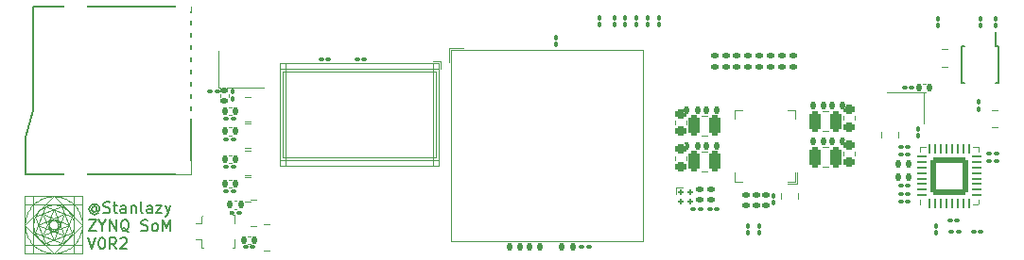
<source format=gbr>
%TF.GenerationSoftware,KiCad,Pcbnew,(6.0.0)*%
%TF.CreationDate,2022-01-21T23:47:04+08:00*%
%TF.ProjectId,som,736f6d2e-6b69-4636-9164-5f7063625858,V0R1*%
%TF.SameCoordinates,Original*%
%TF.FileFunction,Legend,Top*%
%TF.FilePolarity,Positive*%
%FSLAX46Y46*%
G04 Gerber Fmt 4.6, Leading zero omitted, Abs format (unit mm)*
G04 Created by KiCad (PCBNEW (6.0.0)) date 2022-01-21 23:47:04*
%MOMM*%
%LPD*%
G01*
G04 APERTURE LIST*
G04 Aperture macros list*
%AMRoundRect*
0 Rectangle with rounded corners*
0 $1 Rounding radius*
0 $2 $3 $4 $5 $6 $7 $8 $9 X,Y pos of 4 corners*
0 Add a 4 corners polygon primitive as box body*
4,1,4,$2,$3,$4,$5,$6,$7,$8,$9,$2,$3,0*
0 Add four circle primitives for the rounded corners*
1,1,$1+$1,$2,$3*
1,1,$1+$1,$4,$5*
1,1,$1+$1,$6,$7*
1,1,$1+$1,$8,$9*
0 Add four rect primitives between the rounded corners*
20,1,$1+$1,$2,$3,$4,$5,0*
20,1,$1+$1,$4,$5,$6,$7,0*
20,1,$1+$1,$6,$7,$8,$9,0*
20,1,$1+$1,$8,$9,$2,$3,0*%
G04 Aperture macros list end*
%ADD10C,0.150000*%
%ADD11C,0.120000*%
%ADD12C,0.100000*%
%ADD13C,0.000000*%
%ADD14RoundRect,0.147500X-0.147500X-0.172500X0.147500X-0.172500X0.147500X0.172500X-0.147500X0.172500X0*%
%ADD15R,1.400000X1.200000*%
%ADD16RoundRect,0.147500X0.172500X-0.147500X0.172500X0.147500X-0.172500X0.147500X-0.172500X-0.147500X0*%
%ADD17RoundRect,0.218750X-0.256250X0.218750X-0.256250X-0.218750X0.256250X-0.218750X0.256250X0.218750X0*%
%ADD18RoundRect,0.100000X-0.100000X0.130000X-0.100000X-0.130000X0.100000X-0.130000X0.100000X0.130000X0*%
%ADD19RoundRect,0.243750X-0.243750X-0.656250X0.243750X-0.656250X0.243750X0.656250X-0.243750X0.656250X0*%
%ADD20RoundRect,0.147500X0.147500X0.172500X-0.147500X0.172500X-0.147500X-0.172500X0.147500X-0.172500X0*%
%ADD21RoundRect,0.243750X0.243750X0.656250X-0.243750X0.656250X-0.243750X-0.656250X0.243750X-0.656250X0*%
%ADD22RoundRect,0.147500X-0.172500X0.147500X-0.172500X-0.147500X0.172500X-0.147500X0.172500X0.147500X0*%
%ADD23RoundRect,0.100000X0.130000X0.100000X-0.130000X0.100000X-0.130000X-0.100000X0.130000X-0.100000X0*%
%ADD24C,0.400000*%
%ADD25RoundRect,0.100000X-0.130000X-0.100000X0.130000X-0.100000X0.130000X0.100000X-0.130000X0.100000X0*%
%ADD26RoundRect,0.140000X0.140000X0.170000X-0.140000X0.170000X-0.140000X-0.170000X0.140000X-0.170000X0*%
%ADD27R,0.800000X0.220000*%
%ADD28R,0.220000X0.800000*%
%ADD29C,0.500000*%
%ADD30R,3.600000X4.600000*%
%ADD31RoundRect,0.100000X0.100000X-0.130000X0.100000X0.130000X-0.100000X0.130000X-0.100000X-0.130000X0*%
%ADD32RoundRect,0.062500X0.062500X-0.375000X0.062500X0.375000X-0.062500X0.375000X-0.062500X-0.375000X0*%
%ADD33RoundRect,0.062500X0.375000X-0.062500X0.375000X0.062500X-0.375000X0.062500X-0.375000X-0.062500X0*%
%ADD34RoundRect,0.250001X1.474999X-1.474999X1.474999X1.474999X-1.474999X1.474999X-1.474999X-1.474999X0*%
%ADD35R,0.400000X0.500000*%
%ADD36RoundRect,0.100000X-0.162635X0.021213X0.021213X-0.162635X0.162635X-0.021213X-0.021213X0.162635X0*%
%ADD37R,0.500000X0.400000*%
%ADD38R,0.500000X0.300000*%
%ADD39RoundRect,0.112500X-0.112500X-0.112500X0.112500X-0.112500X0.112500X0.112500X-0.112500X0.112500X0*%
%ADD40R,1.000000X1.000000*%
%ADD41R,2.200000X1.050000*%
%ADD42R,0.300000X1.400000*%
%ADD43R,1.150000X1.000000*%
%ADD44RoundRect,0.140000X-0.170000X0.140000X-0.170000X-0.140000X0.170000X-0.140000X0.170000X0.140000X0*%
%ADD45R,1.300000X0.700000*%
%ADD46R,2.000000X1.200000*%
%ADD47RoundRect,0.140000X-0.140000X-0.170000X0.140000X-0.170000X0.140000X0.170000X-0.140000X0.170000X0*%
%ADD48C,1.000000*%
%ADD49R,0.850000X0.850000*%
%ADD50O,0.850000X0.850000*%
%ADD51C,0.850000*%
G04 APERTURE END LIST*
D10*
X6654642Y-18866190D02*
X6607023Y-18818571D01*
X6511785Y-18770952D01*
X6416547Y-18770952D01*
X6321309Y-18818571D01*
X6273690Y-18866190D01*
X6226071Y-18961428D01*
X6226071Y-19056666D01*
X6273690Y-19151904D01*
X6321309Y-19199523D01*
X6416547Y-19247142D01*
X6511785Y-19247142D01*
X6607023Y-19199523D01*
X6654642Y-19151904D01*
X6654642Y-18770952D02*
X6654642Y-19151904D01*
X6702261Y-19199523D01*
X6749880Y-19199523D01*
X6845119Y-19151904D01*
X6892738Y-19056666D01*
X6892738Y-18818571D01*
X6797500Y-18675714D01*
X6654642Y-18580476D01*
X6464166Y-18532857D01*
X6273690Y-18580476D01*
X6130833Y-18675714D01*
X6035595Y-18818571D01*
X5987976Y-19009047D01*
X6035595Y-19199523D01*
X6130833Y-19342380D01*
X6273690Y-19437619D01*
X6464166Y-19485238D01*
X6654642Y-19437619D01*
X6797500Y-19342380D01*
X7273690Y-19294761D02*
X7416547Y-19342380D01*
X7654642Y-19342380D01*
X7749880Y-19294761D01*
X7797500Y-19247142D01*
X7845119Y-19151904D01*
X7845119Y-19056666D01*
X7797500Y-18961428D01*
X7749880Y-18913809D01*
X7654642Y-18866190D01*
X7464166Y-18818571D01*
X7368928Y-18770952D01*
X7321309Y-18723333D01*
X7273690Y-18628095D01*
X7273690Y-18532857D01*
X7321309Y-18437619D01*
X7368928Y-18390000D01*
X7464166Y-18342380D01*
X7702261Y-18342380D01*
X7845119Y-18390000D01*
X8130833Y-18675714D02*
X8511785Y-18675714D01*
X8273690Y-18342380D02*
X8273690Y-19199523D01*
X8321309Y-19294761D01*
X8416547Y-19342380D01*
X8511785Y-19342380D01*
X9273690Y-19342380D02*
X9273690Y-18818571D01*
X9226071Y-18723333D01*
X9130833Y-18675714D01*
X8940357Y-18675714D01*
X8845119Y-18723333D01*
X9273690Y-19294761D02*
X9178452Y-19342380D01*
X8940357Y-19342380D01*
X8845119Y-19294761D01*
X8797500Y-19199523D01*
X8797500Y-19104285D01*
X8845119Y-19009047D01*
X8940357Y-18961428D01*
X9178452Y-18961428D01*
X9273690Y-18913809D01*
X9749880Y-18675714D02*
X9749880Y-19342380D01*
X9749880Y-18770952D02*
X9797500Y-18723333D01*
X9892738Y-18675714D01*
X10035595Y-18675714D01*
X10130833Y-18723333D01*
X10178452Y-18818571D01*
X10178452Y-19342380D01*
X10797500Y-19342380D02*
X10702261Y-19294761D01*
X10654642Y-19199523D01*
X10654642Y-18342380D01*
X11607023Y-19342380D02*
X11607023Y-18818571D01*
X11559404Y-18723333D01*
X11464166Y-18675714D01*
X11273690Y-18675714D01*
X11178452Y-18723333D01*
X11607023Y-19294761D02*
X11511785Y-19342380D01*
X11273690Y-19342380D01*
X11178452Y-19294761D01*
X11130833Y-19199523D01*
X11130833Y-19104285D01*
X11178452Y-19009047D01*
X11273690Y-18961428D01*
X11511785Y-18961428D01*
X11607023Y-18913809D01*
X11987976Y-18675714D02*
X12511785Y-18675714D01*
X11987976Y-19342380D01*
X12511785Y-19342380D01*
X12797500Y-18675714D02*
X13035595Y-19342380D01*
X13273690Y-18675714D02*
X13035595Y-19342380D01*
X12940357Y-19580476D01*
X12892738Y-19628095D01*
X12797500Y-19675714D01*
X5940357Y-19952380D02*
X6607023Y-19952380D01*
X5940357Y-20952380D01*
X6607023Y-20952380D01*
X7178452Y-20476190D02*
X7178452Y-20952380D01*
X6845119Y-19952380D02*
X7178452Y-20476190D01*
X7511785Y-19952380D01*
X7845119Y-20952380D02*
X7845119Y-19952380D01*
X8416547Y-20952380D01*
X8416547Y-19952380D01*
X9559404Y-21047619D02*
X9464166Y-21000000D01*
X9368928Y-20904761D01*
X9226071Y-20761904D01*
X9130833Y-20714285D01*
X9035595Y-20714285D01*
X9083214Y-20952380D02*
X8987976Y-20904761D01*
X8892738Y-20809523D01*
X8845119Y-20619047D01*
X8845119Y-20285714D01*
X8892738Y-20095238D01*
X8987976Y-20000000D01*
X9083214Y-19952380D01*
X9273690Y-19952380D01*
X9368928Y-20000000D01*
X9464166Y-20095238D01*
X9511785Y-20285714D01*
X9511785Y-20619047D01*
X9464166Y-20809523D01*
X9368928Y-20904761D01*
X9273690Y-20952380D01*
X9083214Y-20952380D01*
X10654642Y-20904761D02*
X10797500Y-20952380D01*
X11035595Y-20952380D01*
X11130833Y-20904761D01*
X11178452Y-20857142D01*
X11226071Y-20761904D01*
X11226071Y-20666666D01*
X11178452Y-20571428D01*
X11130833Y-20523809D01*
X11035595Y-20476190D01*
X10845119Y-20428571D01*
X10749880Y-20380952D01*
X10702261Y-20333333D01*
X10654642Y-20238095D01*
X10654642Y-20142857D01*
X10702261Y-20047619D01*
X10749880Y-20000000D01*
X10845119Y-19952380D01*
X11083214Y-19952380D01*
X11226071Y-20000000D01*
X11797500Y-20952380D02*
X11702261Y-20904761D01*
X11654642Y-20857142D01*
X11607023Y-20761904D01*
X11607023Y-20476190D01*
X11654642Y-20380952D01*
X11702261Y-20333333D01*
X11797500Y-20285714D01*
X11940357Y-20285714D01*
X12035595Y-20333333D01*
X12083214Y-20380952D01*
X12130833Y-20476190D01*
X12130833Y-20761904D01*
X12083214Y-20857142D01*
X12035595Y-20904761D01*
X11940357Y-20952380D01*
X11797500Y-20952380D01*
X12559404Y-20952380D02*
X12559404Y-19952380D01*
X12892738Y-20666666D01*
X13226071Y-19952380D01*
X13226071Y-20952380D01*
X5892738Y-21562380D02*
X6226071Y-22562380D01*
X6559404Y-21562380D01*
X7083214Y-21562380D02*
X7178452Y-21562380D01*
X7273690Y-21610000D01*
X7321309Y-21657619D01*
X7368928Y-21752857D01*
X7416547Y-21943333D01*
X7416547Y-22181428D01*
X7368928Y-22371904D01*
X7321309Y-22467142D01*
X7273690Y-22514761D01*
X7178452Y-22562380D01*
X7083214Y-22562380D01*
X6987976Y-22514761D01*
X6940357Y-22467142D01*
X6892738Y-22371904D01*
X6845119Y-22181428D01*
X6845119Y-21943333D01*
X6892738Y-21752857D01*
X6940357Y-21657619D01*
X6987976Y-21610000D01*
X7083214Y-21562380D01*
X8416547Y-22562380D02*
X8083214Y-22086190D01*
X7845119Y-22562380D02*
X7845119Y-21562380D01*
X8226071Y-21562380D01*
X8321309Y-21610000D01*
X8368928Y-21657619D01*
X8416547Y-21752857D01*
X8416547Y-21895714D01*
X8368928Y-21990952D01*
X8321309Y-22038571D01*
X8226071Y-22086190D01*
X7845119Y-22086190D01*
X8797500Y-21657619D02*
X8845119Y-21610000D01*
X8940357Y-21562380D01*
X9178452Y-21562380D01*
X9273690Y-21610000D01*
X9321309Y-21657619D01*
X9368928Y-21752857D01*
X9368928Y-21848095D01*
X9321309Y-21990952D01*
X8749880Y-22562380D01*
X9368928Y-22562380D01*
D11*
%TO.C,X4*%
X17600000Y-8050000D02*
X21600000Y-8050000D01*
X17600000Y-4750000D02*
X17600000Y-8050000D01*
%TO.C,C101*%
X74510000Y-10637221D02*
X74510000Y-10962779D01*
X73490000Y-10637221D02*
X73490000Y-10962779D01*
%TO.C,L3*%
X71641422Y-12010000D02*
X72158578Y-12010000D01*
X71641422Y-10190000D02*
X72158578Y-10190000D01*
%TO.C,L5*%
X61358578Y-10590000D02*
X60841422Y-10590000D01*
X61358578Y-12410000D02*
X60841422Y-12410000D01*
%TO.C,L2*%
X71641422Y-13390000D02*
X72158578Y-13390000D01*
X71641422Y-15210000D02*
X72158578Y-15210000D01*
%TO.C,C106*%
X59510000Y-14237221D02*
X59510000Y-14562779D01*
X58490000Y-14237221D02*
X58490000Y-14562779D01*
%TO.C,C108*%
X58490000Y-11037221D02*
X58490000Y-11362779D01*
X59510000Y-11037221D02*
X59510000Y-11362779D01*
%TO.C,C98*%
X73490000Y-13837221D02*
X73490000Y-14162779D01*
X74510000Y-13837221D02*
X74510000Y-14162779D01*
%TO.C,L4*%
X61358578Y-13790000D02*
X60841422Y-13790000D01*
X61358578Y-15610000D02*
X60841422Y-15610000D01*
%TO.C,U6*%
X37500000Y-5700000D02*
X36800000Y-5700000D01*
X23600000Y-5900000D02*
X23600000Y-15100000D01*
X23350000Y-14350000D02*
X23350000Y-6650000D01*
X37300000Y-6400000D02*
X23100000Y-6400000D01*
X23600000Y-15100000D02*
X36800000Y-15100000D01*
X36800000Y-15100000D02*
X36800000Y-5900000D01*
X36800000Y-5900000D02*
X23600000Y-5900000D01*
X37050000Y-14350000D02*
X23350000Y-14350000D01*
X37300000Y-15100000D02*
X37300000Y-5900000D01*
X37500000Y-6400000D02*
X37500000Y-5700000D01*
X23100000Y-5900000D02*
X23100000Y-15100000D01*
X23350000Y-6650000D02*
X37050000Y-6650000D01*
X37300000Y-5900000D02*
X23100000Y-5900000D01*
X23100000Y-14600000D02*
X37300000Y-14600000D01*
X23100000Y-15100000D02*
X37300000Y-15100000D01*
X37050000Y-6650000D02*
X37050000Y-14350000D01*
%TO.C,C42*%
X20407836Y-22160000D02*
X20192164Y-22160000D01*
X20407836Y-21440000D02*
X20192164Y-21440000D01*
%TO.C,U7*%
X68500000Y-16700000D02*
X69400000Y-16700000D01*
X68500000Y-16500000D02*
X69200000Y-16500000D01*
X64500000Y-10100000D02*
X63800000Y-10100000D01*
X69200000Y-10100000D02*
X68500000Y-10100000D01*
X63800000Y-16500000D02*
X63800000Y-15700000D01*
X69400000Y-15700000D02*
X69400000Y-16700000D01*
X63800000Y-10100000D02*
X63800000Y-10900000D01*
X69200000Y-10900000D02*
X69200000Y-10100000D01*
X64500000Y-16500000D02*
X63800000Y-16500000D01*
X69200000Y-16500000D02*
X69200000Y-15700000D01*
%TO.C,C38*%
X18707836Y-16340000D02*
X18492164Y-16340000D01*
X18707836Y-17060000D02*
X18492164Y-17060000D01*
%TO.C,C36*%
X18707836Y-14860000D02*
X18492164Y-14860000D01*
X18707836Y-14140000D02*
X18492164Y-14140000D01*
%TO.C,C34*%
X18707836Y-12360000D02*
X18492164Y-12360000D01*
X18707836Y-11640000D02*
X18492164Y-11640000D01*
%TO.C,C40*%
X19207836Y-18240000D02*
X18992164Y-18240000D01*
X19207836Y-18960000D02*
X18992164Y-18960000D01*
%TO.C,C32*%
X18707836Y-10560000D02*
X18492164Y-10560000D01*
X18707836Y-9840000D02*
X18492164Y-9840000D01*
%TO.C,U1*%
X38390000Y-4690000D02*
X55610000Y-4690000D01*
X55610000Y-21910000D02*
X38390000Y-21910000D01*
X38390000Y-21910000D02*
X38390000Y-4690000D01*
X38200000Y-4500000D02*
X38200000Y-5800000D01*
X55610000Y-4690000D02*
X55610000Y-21910000D01*
X39500000Y-4500000D02*
X38200000Y-4500000D01*
%TO.C,U3*%
X85610000Y-13390000D02*
X85135000Y-13390000D01*
X85610000Y-13865000D02*
X85610000Y-13390000D01*
X80390000Y-18135000D02*
X80390000Y-18610000D01*
X80390000Y-13865000D02*
X80390000Y-13390000D01*
X80390000Y-13390000D02*
X80865000Y-13390000D01*
X85610000Y-18610000D02*
X85135000Y-18610000D01*
X85610000Y-18135000D02*
X85610000Y-18610000D01*
%TO.C,RN7*%
X76920000Y-12050000D02*
X76920000Y-12550000D01*
X78480000Y-12050000D02*
X78480000Y-12550000D01*
D12*
%TO.C,REF\u002A\u002A*%
X240000Y-18589807D02*
X989806Y-18589807D01*
X240000Y-22210194D02*
X989806Y-22210194D01*
X4610193Y-22210194D02*
X989806Y-22210194D01*
X2799999Y-22960000D02*
X239999Y-20400000D01*
X4185462Y-20400000D02*
X1820330Y-21379670D01*
X239999Y-20400000D02*
X2800000Y-17840001D01*
X5360000Y-18589807D02*
X4610193Y-18589807D01*
X240000Y-22960000D02*
X240000Y-17840000D01*
X2107268Y-22072401D02*
X1127599Y-19707269D01*
X1127599Y-21092732D02*
X2107268Y-18727600D01*
X989806Y-17840000D02*
X989806Y-18589807D01*
X3205792Y-20805793D02*
X2394207Y-20805793D01*
X2226122Y-20400000D02*
X2799999Y-19826123D01*
X1820330Y-19420331D02*
X2800000Y-21785463D01*
X2800000Y-17840001D02*
X5360000Y-20400000D01*
X3492731Y-22072401D02*
X1127599Y-21092732D01*
X5360000Y-17840000D02*
X5360000Y-22960000D01*
X989806Y-22210194D02*
X989806Y-18589807D01*
X4610193Y-22960000D02*
X4610193Y-22210194D01*
X4472400Y-21092732D02*
X2107268Y-22072401D01*
X1127599Y-19707269D02*
X3492731Y-18727600D01*
X3205792Y-19994208D02*
X3205792Y-20805793D01*
X5360000Y-22210194D02*
X4610193Y-22210194D01*
X2394207Y-20805793D02*
X2394207Y-19994208D01*
X4610193Y-18589807D02*
X4610193Y-17840000D01*
X1820330Y-19420331D02*
X4185462Y-20400000D01*
X1414537Y-20400000D02*
X3779669Y-19420331D01*
X240000Y-17840000D02*
X5360000Y-17840000D01*
X3779669Y-19420331D02*
X2800000Y-21785463D01*
X5360000Y-20400000D02*
X2799999Y-22960000D01*
X3779669Y-21379670D02*
X1414537Y-20400000D01*
X989806Y-18589807D02*
X4610193Y-18589807D01*
X2107268Y-18727600D02*
X4472400Y-19707269D01*
X2799999Y-20973878D02*
X2226122Y-20400000D01*
X4610193Y-18589807D02*
X4610193Y-22210194D01*
X989806Y-22960000D02*
X989806Y-22210194D01*
X3492731Y-18727600D02*
X4472400Y-21092732D01*
X3373877Y-20400001D02*
X2799999Y-20973878D01*
X2394207Y-19994208D02*
X3205792Y-19994208D01*
X2800000Y-19014538D02*
X3779669Y-21379670D01*
X2799999Y-19826123D02*
X3373877Y-20400001D01*
X5360000Y-22960000D02*
X240000Y-22960000D01*
X1820330Y-21379670D02*
X2800000Y-19014538D01*
X4472400Y-19707269D02*
X3492731Y-22072401D01*
X1520000Y-19120000D02*
X1657480Y-18995736D01*
X1803969Y-18888040D01*
X1958178Y-18796913D01*
X2118822Y-18722355D01*
X2284612Y-18664365D01*
X2454263Y-18622944D01*
X2626488Y-18598091D01*
X2799999Y-18589807D01*
X2973510Y-18598091D01*
X3145735Y-18622944D01*
X3315386Y-18664365D01*
X3481177Y-18722355D01*
X3641820Y-18796913D01*
X3796030Y-18888040D01*
X3942518Y-18995736D01*
X4080000Y-19120000D01*
X3205792Y-20400001D02*
X3193016Y-20501414D01*
X3147043Y-20610418D01*
X3072844Y-20700375D01*
X2975926Y-20765777D01*
X2861797Y-20801117D01*
X2799999Y-20805793D01*
X2394207Y-20400001D02*
X2406982Y-20298587D01*
X2452955Y-20189582D01*
X2527153Y-20099625D01*
X2624071Y-20034223D01*
X2738201Y-19998883D01*
X2799999Y-19994208D01*
X4080000Y-19120000D02*
X4204263Y-19257481D01*
X4311959Y-19403969D01*
X4403086Y-19558179D01*
X4477644Y-19718822D01*
X4535634Y-19884613D01*
X4577055Y-20054264D01*
X4601908Y-20226489D01*
X4610193Y-20400000D01*
X4601908Y-20573511D01*
X4577055Y-20745736D01*
X4535634Y-20915387D01*
X4477644Y-21081177D01*
X4403086Y-21241821D01*
X4311959Y-21396030D01*
X4204263Y-21542519D01*
X4080000Y-21680000D01*
X5360000Y-20400000D02*
X5356668Y-20531737D01*
X5346782Y-20661745D01*
X5330503Y-20789862D01*
X5307989Y-20915929D01*
X5279404Y-21039783D01*
X5244907Y-21161265D01*
X5204659Y-21280213D01*
X5158822Y-21396467D01*
X5107556Y-21509865D01*
X5051021Y-21620248D01*
X4989379Y-21727453D01*
X4922791Y-21831320D01*
X4851418Y-21931688D01*
X4775420Y-22028397D01*
X4694958Y-22121286D01*
X4610193Y-22210193D01*
X4521285Y-22294958D01*
X4428397Y-22375420D01*
X4331688Y-22451418D01*
X4231319Y-22522792D01*
X4127452Y-22589380D01*
X4020247Y-22651021D01*
X3909865Y-22707556D01*
X3796467Y-22758822D01*
X3680213Y-22804659D01*
X3561265Y-22844907D01*
X3439783Y-22879404D01*
X3315929Y-22907989D01*
X3189862Y-22930503D01*
X3061744Y-22946783D01*
X2931737Y-22956668D01*
X2800000Y-22960000D01*
X4080000Y-21680000D02*
X3942518Y-21804264D01*
X3796030Y-21911959D01*
X3641820Y-22003086D01*
X3481177Y-22077645D01*
X3315386Y-22135635D01*
X3145735Y-22177056D01*
X2973510Y-22201909D01*
X2799999Y-22210193D01*
X2626488Y-22201909D01*
X2454263Y-22177056D01*
X2284612Y-22135635D01*
X2118822Y-22077645D01*
X1958178Y-22003086D01*
X1803969Y-21911959D01*
X1657480Y-21804264D01*
X1520000Y-21680000D01*
X2799999Y-19994208D02*
X2901412Y-20006983D01*
X3010417Y-20052956D01*
X3100374Y-20127155D01*
X3165776Y-20224073D01*
X3201116Y-20338202D01*
X3205792Y-20400001D01*
X2799999Y-20805793D02*
X2698585Y-20793017D01*
X2589581Y-20747044D01*
X2499624Y-20672846D01*
X2434222Y-20575928D01*
X2398882Y-20461798D01*
X2394207Y-20400001D01*
X1520000Y-21680000D02*
X1395735Y-21542519D01*
X1288040Y-21396030D01*
X1196913Y-21241821D01*
X1122354Y-21081177D01*
X1064364Y-20915387D01*
X1022943Y-20745736D01*
X998090Y-20573511D01*
X989806Y-20400000D01*
X998090Y-20226489D01*
X1022943Y-20054264D01*
X1064364Y-19884613D01*
X1122354Y-19718822D01*
X1196913Y-19558179D01*
X1288040Y-19403969D01*
X1395735Y-19257481D01*
X1520000Y-19120000D01*
X2800000Y-22960000D02*
X2668262Y-22956668D01*
X2538254Y-22946783D01*
X2410137Y-22930503D01*
X2284070Y-22907989D01*
X2160216Y-22879404D01*
X2038734Y-22844907D01*
X1919786Y-22804659D01*
X1803532Y-22758822D01*
X1690134Y-22707556D01*
X1579751Y-22651021D01*
X1472546Y-22589380D01*
X1368679Y-22522792D01*
X1268311Y-22451418D01*
X1171602Y-22375420D01*
X1078713Y-22294958D01*
X989806Y-22210193D01*
X905041Y-22121286D01*
X824579Y-22028397D01*
X748581Y-21931688D01*
X677207Y-21831320D01*
X610619Y-21727453D01*
X548978Y-21620248D01*
X492443Y-21509865D01*
X441177Y-21396467D01*
X395340Y-21280213D01*
X355092Y-21161265D01*
X320595Y-21039783D01*
X292010Y-20915929D01*
X269496Y-20789862D01*
X253216Y-20661745D01*
X243331Y-20531737D01*
X240000Y-20400000D01*
X2800000Y-17840000D02*
X2931737Y-17843331D01*
X3061744Y-17853217D01*
X3189862Y-17869496D01*
X3315929Y-17892010D01*
X3439783Y-17920595D01*
X3561265Y-17955092D01*
X3680213Y-17995340D01*
X3796467Y-18041177D01*
X3909865Y-18092443D01*
X4020247Y-18148978D01*
X4127452Y-18210620D01*
X4231319Y-18277208D01*
X4331688Y-18348581D01*
X4428397Y-18424579D01*
X4521285Y-18505041D01*
X4610193Y-18589807D01*
X4694958Y-18678714D01*
X4775420Y-18771602D01*
X4851418Y-18868311D01*
X4922791Y-18968680D01*
X4989379Y-19072547D01*
X5051021Y-19179752D01*
X5107556Y-19290134D01*
X5158822Y-19403532D01*
X5204659Y-19519786D01*
X5244907Y-19638734D01*
X5279404Y-19760216D01*
X5307989Y-19884070D01*
X5330503Y-20010137D01*
X5346782Y-20138255D01*
X5356668Y-20268262D01*
X5360000Y-20400000D01*
X240000Y-20400000D02*
X243331Y-20268262D01*
X253216Y-20138255D01*
X269496Y-20010137D01*
X292010Y-19884070D01*
X320595Y-19760216D01*
X355092Y-19638734D01*
X395340Y-19519786D01*
X441177Y-19403532D01*
X492443Y-19290134D01*
X548978Y-19179752D01*
X610619Y-19072547D01*
X677207Y-18968680D01*
X748581Y-18868311D01*
X824579Y-18771602D01*
X905041Y-18678714D01*
X989806Y-18589807D01*
X1078713Y-18505041D01*
X1171602Y-18424579D01*
X1268311Y-18348581D01*
X1368679Y-18277208D01*
X1472546Y-18210620D01*
X1579751Y-18148978D01*
X1690134Y-18092443D01*
X1803532Y-18041177D01*
X1919786Y-17995340D01*
X2038734Y-17955092D01*
X2160216Y-17920595D01*
X2284070Y-17892010D01*
X2410137Y-17869496D01*
X2538254Y-17853217D01*
X2668262Y-17843331D01*
X2800000Y-17840000D01*
D11*
%TO.C,RN1*%
X20450000Y-11280000D02*
X19950000Y-11280000D01*
X20450000Y-8920000D02*
X19950000Y-8920000D01*
%TO.C,RN2*%
X20450000Y-11120000D02*
X19950000Y-11120000D01*
X20450000Y-13480000D02*
X19950000Y-13480000D01*
%TO.C,RN4*%
X20450000Y-13720000D02*
X19950000Y-13720000D01*
X20450000Y-16080000D02*
X19950000Y-16080000D01*
%TO.C,RN5*%
X20450000Y-18280000D02*
X19950000Y-18280000D01*
X20450000Y-15920000D02*
X19950000Y-15920000D01*
%TO.C,RN6*%
X20950000Y-20480000D02*
X20450000Y-20480000D01*
X20950000Y-18120000D02*
X20450000Y-18120000D01*
D12*
%TO.C,D10*%
X59150000Y-17075000D02*
X58575000Y-17075000D01*
X58575000Y-17075000D02*
X58575000Y-17650000D01*
D11*
%TO.C,RN11*%
X67920000Y-18050000D02*
X67920000Y-17550000D01*
X69480000Y-18050000D02*
X69480000Y-17550000D01*
%TO.C,AE1*%
X19000000Y-21700000D02*
X19000000Y-22500000D01*
X16000000Y-22500000D02*
X16000000Y-21700000D01*
X19000000Y-22500000D02*
X18800000Y-22500000D01*
X19000000Y-19500000D02*
X19000000Y-20300000D01*
X16000000Y-19700000D02*
X16200000Y-19500000D01*
X16000000Y-20300000D02*
X16000000Y-19700000D01*
X16200000Y-22500000D02*
X16000000Y-22500000D01*
X16000000Y-20300000D02*
X15500000Y-20300000D01*
X18800000Y-19500000D02*
X19000000Y-19500000D01*
X16000000Y-21700000D02*
X15500000Y-21700000D01*
%TO.C,RN8*%
X22150000Y-20320000D02*
X21650000Y-20320000D01*
X22150000Y-22680000D02*
X21650000Y-22680000D01*
D10*
%TO.C,U2*%
X87425000Y-7675000D02*
X87125000Y-7675000D01*
X84075000Y-7675000D02*
X84375000Y-7675000D01*
X87200000Y-4325000D02*
X87200000Y-3100000D01*
X87425000Y-4325000D02*
X87425000Y-7675000D01*
X84075000Y-4325000D02*
X84075000Y-7675000D01*
X87425000Y-4325000D02*
X87200000Y-4325000D01*
X84075000Y-4325000D02*
X84375000Y-4325000D01*
D11*
%TO.C,X3*%
X80750000Y-11300000D02*
X80750000Y-8500000D01*
X80750000Y-8500000D02*
X77450000Y-8500000D01*
%TO.C,C86*%
X18460000Y-8692164D02*
X18460000Y-8907836D01*
X17740000Y-8692164D02*
X17740000Y-8907836D01*
D10*
%TO.C,J1*%
X300000Y-12600000D02*
X1000000Y-10100000D01*
X1000000Y-10100000D02*
X1000000Y-800000D01*
X15100000Y-800000D02*
X15100000Y-15900000D01*
X300000Y-15900000D02*
X300000Y-12600000D01*
X1000000Y-800000D02*
X15100000Y-800000D01*
X15100000Y-15900000D02*
X300000Y-15900000D01*
D11*
%TO.C,RN3*%
X82350000Y-6180000D02*
X82850000Y-6180000D01*
X82350000Y-4620000D02*
X82850000Y-4620000D01*
%TO.C,RN10*%
X87300000Y-10070000D02*
X86800000Y-10070000D01*
X87300000Y-11630000D02*
X86800000Y-11630000D01*
%TO.C,C24*%
X80642164Y-7740000D02*
X80857836Y-7740000D01*
X80642164Y-8460000D02*
X80857836Y-8460000D01*
%TD*%
%LPC*%
D13*
G36*
X8400000Y-5350000D02*
G01*
X8200000Y-5350000D01*
X8200000Y-5150000D01*
X8400000Y-5150000D01*
X8400000Y-5350000D01*
G37*
G36*
X8600000Y-5150000D02*
G01*
X8400000Y-5150000D01*
X8400000Y-4950000D01*
X8600000Y-4950000D01*
X8600000Y-5150000D01*
G37*
D14*
%TO.C,D2*%
X45415000Y-22350000D03*
X46385000Y-22350000D03*
%TD*%
D15*
%TO.C,X4*%
X18500000Y-7250000D03*
X20700000Y-7250000D03*
X20700000Y-5550000D03*
X18500000Y-5550000D03*
%TD*%
D16*
%TO.C,C116*%
X69000000Y-6185000D03*
X69000000Y-5215000D03*
%TD*%
D17*
%TO.C,C101*%
X74000000Y-10012500D03*
X74000000Y-11587500D03*
%TD*%
D18*
%TO.C,C119*%
X67300000Y-17805000D03*
X67300000Y-18445000D03*
%TD*%
D19*
%TO.C,L3*%
X70962500Y-11100000D03*
X72837500Y-11100000D03*
%TD*%
D20*
%TO.C,C102*%
X73485000Y-9700000D03*
X72515000Y-9700000D03*
%TD*%
D14*
%TO.C,C107*%
X59515000Y-13300000D03*
X60485000Y-13300000D03*
%TD*%
D21*
%TO.C,L5*%
X62037500Y-11500000D03*
X60162500Y-11500000D03*
%TD*%
D19*
%TO.C,L2*%
X70962500Y-14300000D03*
X72837500Y-14300000D03*
%TD*%
D22*
%TO.C,C120*%
X64800000Y-17715000D03*
X64800000Y-18685000D03*
%TD*%
D16*
%TO.C,C110*%
X63000000Y-6185000D03*
X63000000Y-5215000D03*
%TD*%
D22*
%TO.C,C117*%
X65700000Y-17715000D03*
X65700000Y-18685000D03*
%TD*%
D17*
%TO.C,C106*%
X59000000Y-13612500D03*
X59000000Y-15187500D03*
%TD*%
%TO.C,C108*%
X59000000Y-10412500D03*
X59000000Y-11987500D03*
%TD*%
D22*
%TO.C,C118*%
X66600000Y-17715000D03*
X66600000Y-18685000D03*
%TD*%
D20*
%TO.C,C99*%
X73485000Y-12900000D03*
X72515000Y-12900000D03*
%TD*%
D16*
%TO.C,C104*%
X68000000Y-6185000D03*
X68000000Y-5215000D03*
%TD*%
D17*
%TO.C,C98*%
X74000000Y-13212500D03*
X74000000Y-14787500D03*
%TD*%
D21*
%TO.C,L4*%
X62037500Y-14700000D03*
X60162500Y-14700000D03*
%TD*%
D14*
%TO.C,C109*%
X59515000Y-10100000D03*
X60485000Y-10100000D03*
%TD*%
D16*
%TO.C,C111*%
X62000000Y-6185000D03*
X62000000Y-5215000D03*
%TD*%
D23*
%TO.C,C37*%
X18920000Y-17400000D03*
X18280000Y-17400000D03*
%TD*%
D16*
%TO.C,C114*%
X67000000Y-6185000D03*
X67000000Y-5215000D03*
%TD*%
D20*
%TO.C,C103*%
X62185000Y-10100000D03*
X61215000Y-10100000D03*
%TD*%
D16*
%TO.C,C115*%
X65000000Y-6185000D03*
X65000000Y-5215000D03*
%TD*%
D23*
%TO.C,C35*%
X18920000Y-15200000D03*
X18280000Y-15200000D03*
%TD*%
D16*
%TO.C,C112*%
X64000000Y-6185000D03*
X64000000Y-5215000D03*
%TD*%
D23*
%TO.C,C31*%
X18920000Y-10900000D03*
X18280000Y-10900000D03*
%TD*%
D14*
%TO.C,C100*%
X70815000Y-12900000D03*
X71785000Y-12900000D03*
%TD*%
%TO.C,C97*%
X70815000Y-9700000D03*
X71785000Y-9700000D03*
%TD*%
D23*
%TO.C,C33*%
X18920000Y-12700000D03*
X18280000Y-12700000D03*
%TD*%
D20*
%TO.C,C105*%
X62185000Y-13300000D03*
X61215000Y-13300000D03*
%TD*%
D16*
%TO.C,C113*%
X66000000Y-6185000D03*
X66000000Y-5215000D03*
%TD*%
D23*
%TO.C,C17*%
X30620000Y-5500000D03*
X29980000Y-5500000D03*
%TD*%
D24*
%TO.C,U6*%
X36200000Y-7300000D03*
X36200000Y-8100000D03*
X36200000Y-8900000D03*
X36200000Y-12100000D03*
X36200000Y-12900000D03*
X36200000Y-13700000D03*
X35400000Y-7300000D03*
X35400000Y-8100000D03*
X35400000Y-8900000D03*
X35400000Y-12100000D03*
X35400000Y-12900000D03*
X35400000Y-13700000D03*
X34600000Y-7300000D03*
X34600000Y-8100000D03*
X34600000Y-8900000D03*
X34600000Y-12100000D03*
X34600000Y-12900000D03*
X34600000Y-13700000D03*
X33800000Y-7300000D03*
X33800000Y-8100000D03*
X33800000Y-8900000D03*
X33800000Y-12100000D03*
X33800000Y-12900000D03*
X33800000Y-13700000D03*
X33000000Y-7300000D03*
X33000000Y-8100000D03*
X33000000Y-8900000D03*
X33000000Y-12100000D03*
X33000000Y-12900000D03*
X33000000Y-13700000D03*
X32200000Y-7300000D03*
X32200000Y-8100000D03*
X32200000Y-8900000D03*
X32200000Y-12100000D03*
X32200000Y-12900000D03*
X32200000Y-13700000D03*
X31400000Y-7300000D03*
X31400000Y-8100000D03*
X31400000Y-8900000D03*
X31400000Y-12100000D03*
X31400000Y-12900000D03*
X31400000Y-13700000D03*
X30600000Y-7300000D03*
X30600000Y-8100000D03*
X30600000Y-8900000D03*
X30600000Y-12100000D03*
X30600000Y-12900000D03*
X30600000Y-13700000D03*
X29800000Y-7300000D03*
X29800000Y-8100000D03*
X29800000Y-8900000D03*
X29800000Y-12100000D03*
X29800000Y-12900000D03*
X29800000Y-13700000D03*
X29000000Y-7300000D03*
X29000000Y-8100000D03*
X29000000Y-8900000D03*
X29000000Y-12100000D03*
X29000000Y-12900000D03*
X29000000Y-13700000D03*
X28200000Y-7300000D03*
X28200000Y-8100000D03*
X28200000Y-8900000D03*
X28200000Y-12100000D03*
X28200000Y-12900000D03*
X28200000Y-13700000D03*
X27400000Y-7300000D03*
X27400000Y-8100000D03*
X27400000Y-8900000D03*
X27400000Y-12100000D03*
X27400000Y-12900000D03*
X27400000Y-13700000D03*
X26600000Y-7300000D03*
X26600000Y-8100000D03*
X26600000Y-8900000D03*
X26600000Y-12100000D03*
X26600000Y-12900000D03*
X26600000Y-13700000D03*
X25800000Y-7300000D03*
X25800000Y-8100000D03*
X25800000Y-8900000D03*
X25800000Y-12100000D03*
X25800000Y-12900000D03*
X25800000Y-13700000D03*
X25000000Y-7300000D03*
X25000000Y-8100000D03*
X25000000Y-8900000D03*
X25000000Y-12100000D03*
X25000000Y-12900000D03*
X25000000Y-13700000D03*
X24200000Y-7300000D03*
X24200000Y-8100000D03*
X24200000Y-8900000D03*
X24200000Y-12100000D03*
X24200000Y-12900000D03*
X24200000Y-13700000D03*
%TD*%
D25*
%TO.C,R2*%
X26780000Y-5500000D03*
X27420000Y-5500000D03*
%TD*%
D26*
%TO.C,C42*%
X20780000Y-21800000D03*
X19820000Y-21800000D03*
%TD*%
D27*
%TO.C,U7*%
X69000000Y-15500000D03*
X69000000Y-15100000D03*
X69000000Y-14700000D03*
X69000000Y-14300000D03*
X69000000Y-13900000D03*
X69000000Y-13500000D03*
X69000000Y-13100000D03*
X69000000Y-12700000D03*
X69000000Y-12300000D03*
X69000000Y-11900000D03*
X69000000Y-11500000D03*
X69000000Y-11100000D03*
D28*
X68300000Y-10300000D03*
X67900000Y-10300000D03*
X67500000Y-10300000D03*
X67100000Y-10300000D03*
X66700000Y-10300000D03*
X66300000Y-10300000D03*
X65900000Y-10300000D03*
X65500000Y-10300000D03*
X65100000Y-10300000D03*
X64700000Y-10300000D03*
D27*
X64000000Y-11100000D03*
X64000000Y-11500000D03*
X64000000Y-11900000D03*
X64000000Y-12300000D03*
X64000000Y-12700000D03*
X64000000Y-13100000D03*
X64000000Y-13500000D03*
X64000000Y-13900000D03*
X64000000Y-14300000D03*
X64000000Y-14700000D03*
X64000000Y-15100000D03*
X64000000Y-15500000D03*
D28*
X64700000Y-16300000D03*
X65100000Y-16300000D03*
X65500000Y-16300000D03*
X65900000Y-16300000D03*
X66300000Y-16300000D03*
X66700000Y-16300000D03*
X67100000Y-16300000D03*
X67500000Y-16300000D03*
X67900000Y-16300000D03*
X68300000Y-16300000D03*
D29*
X65750000Y-14500000D03*
X66500000Y-15300000D03*
X65750000Y-11300000D03*
X65000000Y-14500000D03*
X68000000Y-12900000D03*
X68000000Y-14500000D03*
X68000000Y-15300000D03*
X65000000Y-12900000D03*
X67250000Y-12900000D03*
X65750000Y-13700000D03*
X65000000Y-12100000D03*
X66500000Y-11300000D03*
X66500000Y-12900000D03*
D30*
X66500000Y-13300000D03*
D29*
X66500000Y-13700000D03*
X65000000Y-13700000D03*
X65750000Y-15300000D03*
X65000000Y-15300000D03*
X68000000Y-13700000D03*
X67250000Y-15300000D03*
X67250000Y-11300000D03*
X68000000Y-11300000D03*
X67250000Y-12100000D03*
X67250000Y-14500000D03*
X65750000Y-12900000D03*
X68000000Y-12100000D03*
X66500000Y-12100000D03*
X65000000Y-11300000D03*
X67250000Y-13700000D03*
X65750000Y-12100000D03*
X66500000Y-14500000D03*
%TD*%
D26*
%TO.C,C38*%
X19080000Y-16700000D03*
X18120000Y-16700000D03*
%TD*%
%TO.C,C36*%
X19080000Y-14500000D03*
X18120000Y-14500000D03*
%TD*%
%TO.C,C34*%
X19080000Y-12000000D03*
X18120000Y-12000000D03*
%TD*%
%TO.C,C40*%
X19580000Y-18600000D03*
X18620000Y-18600000D03*
%TD*%
%TO.C,C32*%
X19080000Y-10200000D03*
X18120000Y-10200000D03*
%TD*%
D20*
%TO.C,D3*%
X44585000Y-22350000D03*
X43615000Y-22350000D03*
%TD*%
D24*
%TO.C,U1*%
X39400000Y-5700000D03*
X40200000Y-5700000D03*
X41000000Y-5700000D03*
X41800000Y-5700000D03*
X42600000Y-5700000D03*
X43400000Y-5700000D03*
X44200000Y-5700000D03*
X45000000Y-5700000D03*
X45800000Y-5700000D03*
X46600000Y-5700000D03*
X47400000Y-5700000D03*
X48200000Y-5700000D03*
X49000000Y-5700000D03*
X49800000Y-5700000D03*
X50600000Y-5700000D03*
X51400000Y-5700000D03*
X52200000Y-5700000D03*
X53000000Y-5700000D03*
X53800000Y-5700000D03*
X54600000Y-5700000D03*
X39400000Y-6500000D03*
X40200000Y-6500000D03*
X41000000Y-6500000D03*
X41800000Y-6500000D03*
X42600000Y-6500000D03*
X43400000Y-6500000D03*
X44200000Y-6500000D03*
X45000000Y-6500000D03*
X45800000Y-6500000D03*
X46600000Y-6500000D03*
X47400000Y-6500000D03*
X48200000Y-6500000D03*
X49000000Y-6500000D03*
X49800000Y-6500000D03*
X50600000Y-6500000D03*
X51400000Y-6500000D03*
X52200000Y-6500000D03*
X53000000Y-6500000D03*
X53800000Y-6500000D03*
X54600000Y-6500000D03*
X39400000Y-7300000D03*
X40200000Y-7300000D03*
X41000000Y-7300000D03*
X41800000Y-7300000D03*
X42600000Y-7300000D03*
X43400000Y-7300000D03*
X44200000Y-7300000D03*
X45000000Y-7300000D03*
X45800000Y-7300000D03*
X46600000Y-7300000D03*
X47400000Y-7300000D03*
X48200000Y-7300000D03*
X49000000Y-7300000D03*
X49800000Y-7300000D03*
X50600000Y-7300000D03*
X51400000Y-7300000D03*
X52200000Y-7300000D03*
X53000000Y-7300000D03*
X53800000Y-7300000D03*
X54600000Y-7300000D03*
X39400000Y-8100000D03*
X40200000Y-8100000D03*
X41000000Y-8100000D03*
X41800000Y-8100000D03*
X42600000Y-8100000D03*
X43400000Y-8100000D03*
X44200000Y-8100000D03*
X45000000Y-8100000D03*
X45800000Y-8100000D03*
X46600000Y-8100000D03*
X47400000Y-8100000D03*
X48200000Y-8100000D03*
X49000000Y-8100000D03*
X49800000Y-8100000D03*
X50600000Y-8100000D03*
X51400000Y-8100000D03*
X52200000Y-8100000D03*
X53000000Y-8100000D03*
X53800000Y-8100000D03*
X54600000Y-8100000D03*
X39400000Y-8900000D03*
X40200000Y-8900000D03*
X41000000Y-8900000D03*
X41800000Y-8900000D03*
X42600000Y-8900000D03*
X43400000Y-8900000D03*
X44200000Y-8900000D03*
X45000000Y-8900000D03*
X45800000Y-8900000D03*
X46600000Y-8900000D03*
X47400000Y-8900000D03*
X48200000Y-8900000D03*
X49000000Y-8900000D03*
X49800000Y-8900000D03*
X50600000Y-8900000D03*
X51400000Y-8900000D03*
X52200000Y-8900000D03*
X53000000Y-8900000D03*
X53800000Y-8900000D03*
X54600000Y-8900000D03*
X39400000Y-9700000D03*
X40200000Y-9700000D03*
X41000000Y-9700000D03*
X41800000Y-9700000D03*
X42600000Y-9700000D03*
X43400000Y-9700000D03*
X44200000Y-9700000D03*
X45000000Y-9700000D03*
X45800000Y-9700000D03*
X46600000Y-9700000D03*
X47400000Y-9700000D03*
X48200000Y-9700000D03*
X49000000Y-9700000D03*
X49800000Y-9700000D03*
X50600000Y-9700000D03*
X51400000Y-9700000D03*
X52200000Y-9700000D03*
X53000000Y-9700000D03*
X53800000Y-9700000D03*
X54600000Y-9700000D03*
X39400000Y-10500000D03*
X40200000Y-10500000D03*
X41000000Y-10500000D03*
X41800000Y-10500000D03*
X42600000Y-10500000D03*
X43400000Y-10500000D03*
X44200000Y-10500000D03*
X45000000Y-10500000D03*
X45800000Y-10500000D03*
X46600000Y-10500000D03*
X47400000Y-10500000D03*
X48200000Y-10500000D03*
X49000000Y-10500000D03*
X49800000Y-10500000D03*
X50600000Y-10500000D03*
X51400000Y-10500000D03*
X52200000Y-10500000D03*
X53000000Y-10500000D03*
X53800000Y-10500000D03*
X54600000Y-10500000D03*
X39400000Y-11300000D03*
X40200000Y-11300000D03*
X41000000Y-11300000D03*
X41800000Y-11300000D03*
X42600000Y-11300000D03*
X43400000Y-11300000D03*
X44200000Y-11300000D03*
X45000000Y-11300000D03*
X45800000Y-11300000D03*
X46600000Y-11300000D03*
X47400000Y-11300000D03*
X48200000Y-11300000D03*
X49000000Y-11300000D03*
X49800000Y-11300000D03*
X50600000Y-11300000D03*
X51400000Y-11300000D03*
X52200000Y-11300000D03*
X53000000Y-11300000D03*
X53800000Y-11300000D03*
X54600000Y-11300000D03*
X39400000Y-12100000D03*
X40200000Y-12100000D03*
X41000000Y-12100000D03*
X41800000Y-12100000D03*
X42600000Y-12100000D03*
X43400000Y-12100000D03*
X44200000Y-12100000D03*
X45000000Y-12100000D03*
X45800000Y-12100000D03*
X46600000Y-12100000D03*
X47400000Y-12100000D03*
X48200000Y-12100000D03*
X49000000Y-12100000D03*
X49800000Y-12100000D03*
X50600000Y-12100000D03*
X51400000Y-12100000D03*
X52200000Y-12100000D03*
X53000000Y-12100000D03*
X53800000Y-12100000D03*
X54600000Y-12100000D03*
X39400000Y-12900000D03*
X40200000Y-12900000D03*
X41000000Y-12900000D03*
X41800000Y-12900000D03*
X42600000Y-12900000D03*
X43400000Y-12900000D03*
X44200000Y-12900000D03*
X45000000Y-12900000D03*
X45800000Y-12900000D03*
X46600000Y-12900000D03*
X47400000Y-12900000D03*
X48200000Y-12900000D03*
X49000000Y-12900000D03*
X49800000Y-12900000D03*
X50600000Y-12900000D03*
X51400000Y-12900000D03*
X52200000Y-12900000D03*
X53000000Y-12900000D03*
X53800000Y-12900000D03*
X54600000Y-12900000D03*
X39400000Y-13700000D03*
X40200000Y-13700000D03*
X41000000Y-13700000D03*
X41800000Y-13700000D03*
X42600000Y-13700000D03*
X43400000Y-13700000D03*
X44200000Y-13700000D03*
X45000000Y-13700000D03*
X45800000Y-13700000D03*
X46600000Y-13700000D03*
X47400000Y-13700000D03*
X48200000Y-13700000D03*
X49000000Y-13700000D03*
X49800000Y-13700000D03*
X50600000Y-13700000D03*
X51400000Y-13700000D03*
X52200000Y-13700000D03*
X53000000Y-13700000D03*
X53800000Y-13700000D03*
X54600000Y-13700000D03*
X39400000Y-14500000D03*
X40200000Y-14500000D03*
X41000000Y-14500000D03*
X41800000Y-14500000D03*
X42600000Y-14500000D03*
X43400000Y-14500000D03*
X44200000Y-14500000D03*
X45000000Y-14500000D03*
X45800000Y-14500000D03*
X46600000Y-14500000D03*
X47400000Y-14500000D03*
X48200000Y-14500000D03*
X49000000Y-14500000D03*
X49800000Y-14500000D03*
X50600000Y-14500000D03*
X51400000Y-14500000D03*
X52200000Y-14500000D03*
X53000000Y-14500000D03*
X53800000Y-14500000D03*
X54600000Y-14500000D03*
X39400000Y-15300000D03*
X40200000Y-15300000D03*
X41000000Y-15300000D03*
X41800000Y-15300000D03*
X42600000Y-15300000D03*
X43400000Y-15300000D03*
X44200000Y-15300000D03*
X45000000Y-15300000D03*
X45800000Y-15300000D03*
X46600000Y-15300000D03*
X47400000Y-15300000D03*
X48200000Y-15300000D03*
X49000000Y-15300000D03*
X49800000Y-15300000D03*
X50600000Y-15300000D03*
X51400000Y-15300000D03*
X52200000Y-15300000D03*
X53000000Y-15300000D03*
X53800000Y-15300000D03*
X54600000Y-15300000D03*
X39400000Y-16100000D03*
X40200000Y-16100000D03*
X41000000Y-16100000D03*
X41800000Y-16100000D03*
X42600000Y-16100000D03*
X43400000Y-16100000D03*
X44200000Y-16100000D03*
X45000000Y-16100000D03*
X45800000Y-16100000D03*
X46600000Y-16100000D03*
X47400000Y-16100000D03*
X48200000Y-16100000D03*
X49000000Y-16100000D03*
X49800000Y-16100000D03*
X50600000Y-16100000D03*
X51400000Y-16100000D03*
X52200000Y-16100000D03*
X53000000Y-16100000D03*
X53800000Y-16100000D03*
X54600000Y-16100000D03*
X39400000Y-16900000D03*
X40200000Y-16900000D03*
X41000000Y-16900000D03*
X41800000Y-16900000D03*
X42600000Y-16900000D03*
X43400000Y-16900000D03*
X44200000Y-16900000D03*
X45000000Y-16900000D03*
X45800000Y-16900000D03*
X46600000Y-16900000D03*
X47400000Y-16900000D03*
X48200000Y-16900000D03*
X49000000Y-16900000D03*
X49800000Y-16900000D03*
X50600000Y-16900000D03*
X51400000Y-16900000D03*
X52200000Y-16900000D03*
X53000000Y-16900000D03*
X53800000Y-16900000D03*
X54600000Y-16900000D03*
X39400000Y-17700000D03*
X40200000Y-17700000D03*
X41000000Y-17700000D03*
X41800000Y-17700000D03*
X42600000Y-17700000D03*
X43400000Y-17700000D03*
X44200000Y-17700000D03*
X45000000Y-17700000D03*
X45800000Y-17700000D03*
X46600000Y-17700000D03*
X47400000Y-17700000D03*
X48200000Y-17700000D03*
X49000000Y-17700000D03*
X49800000Y-17700000D03*
X50600000Y-17700000D03*
X51400000Y-17700000D03*
X52200000Y-17700000D03*
X53000000Y-17700000D03*
X53800000Y-17700000D03*
X54600000Y-17700000D03*
X39400000Y-18500000D03*
X40200000Y-18500000D03*
X41000000Y-18500000D03*
X41800000Y-18500000D03*
X42600000Y-18500000D03*
X43400000Y-18500000D03*
X44200000Y-18500000D03*
X45000000Y-18500000D03*
X45800000Y-18500000D03*
X46600000Y-18500000D03*
X47400000Y-18500000D03*
X48200000Y-18500000D03*
X49000000Y-18500000D03*
X49800000Y-18500000D03*
X50600000Y-18500000D03*
X51400000Y-18500000D03*
X52200000Y-18500000D03*
X53000000Y-18500000D03*
X53800000Y-18500000D03*
X54600000Y-18500000D03*
X39400000Y-19300000D03*
X40200000Y-19300000D03*
X41000000Y-19300000D03*
X41800000Y-19300000D03*
X42600000Y-19300000D03*
X43400000Y-19300000D03*
X44200000Y-19300000D03*
X45000000Y-19300000D03*
X45800000Y-19300000D03*
X46600000Y-19300000D03*
X47400000Y-19300000D03*
X48200000Y-19300000D03*
X49000000Y-19300000D03*
X49800000Y-19300000D03*
X50600000Y-19300000D03*
X51400000Y-19300000D03*
X52200000Y-19300000D03*
X53000000Y-19300000D03*
X53800000Y-19300000D03*
X54600000Y-19300000D03*
X39400000Y-20100000D03*
X40200000Y-20100000D03*
X41000000Y-20100000D03*
X41800000Y-20100000D03*
X42600000Y-20100000D03*
X43400000Y-20100000D03*
X44200000Y-20100000D03*
X45000000Y-20100000D03*
X45800000Y-20100000D03*
X46600000Y-20100000D03*
X47400000Y-20100000D03*
X48200000Y-20100000D03*
X49000000Y-20100000D03*
X49800000Y-20100000D03*
X50600000Y-20100000D03*
X51400000Y-20100000D03*
X52200000Y-20100000D03*
X53000000Y-20100000D03*
X53800000Y-20100000D03*
X54600000Y-20100000D03*
X39400000Y-20900000D03*
X40200000Y-20900000D03*
X41000000Y-20900000D03*
X41800000Y-20900000D03*
X42600000Y-20900000D03*
X43400000Y-20900000D03*
X44200000Y-20900000D03*
X45000000Y-20900000D03*
X45800000Y-20900000D03*
X46600000Y-20900000D03*
X47400000Y-20900000D03*
X48200000Y-20900000D03*
X49000000Y-20900000D03*
X49800000Y-20900000D03*
X50600000Y-20900000D03*
X51400000Y-20900000D03*
X52200000Y-20900000D03*
X53000000Y-20900000D03*
X53800000Y-20900000D03*
X54600000Y-20900000D03*
%TD*%
D31*
%TO.C,R13*%
X47800000Y-4220000D03*
X47800000Y-3580000D03*
%TD*%
D18*
%TO.C,D21*%
X87200000Y-1880000D03*
X87200000Y-2520000D03*
%TD*%
D25*
%TO.C,D17*%
X85180000Y-21000000D03*
X85820000Y-21000000D03*
%TD*%
D18*
%TO.C,D14*%
X82000000Y-1880000D03*
X82000000Y-2520000D03*
%TD*%
D23*
%TO.C,C9*%
X87245000Y-14700000D03*
X86605000Y-14700000D03*
%TD*%
D25*
%TO.C,C6*%
X86605000Y-14000000D03*
X87245000Y-14000000D03*
%TD*%
D23*
%TO.C,R5*%
X79295000Y-18300000D03*
X78655000Y-18300000D03*
%TD*%
%TO.C,C7*%
X79295000Y-17600000D03*
X78655000Y-17600000D03*
%TD*%
%TO.C,C5*%
X79295000Y-13400000D03*
X78655000Y-13400000D03*
%TD*%
D25*
%TO.C,C8*%
X78655000Y-14100000D03*
X79295000Y-14100000D03*
%TD*%
%TO.C,C13*%
X78655000Y-16900000D03*
X79295000Y-16900000D03*
%TD*%
D23*
%TO.C,C4*%
X83720000Y-20000000D03*
X83080000Y-20000000D03*
%TD*%
D32*
%TO.C,U3*%
X81250000Y-18450000D03*
X81750000Y-18450000D03*
X82250000Y-18450000D03*
X82750000Y-18450000D03*
X83250000Y-18450000D03*
X83750000Y-18450000D03*
X84250000Y-18450000D03*
X84750000Y-18450000D03*
D33*
X85450000Y-17750000D03*
X85450000Y-17250000D03*
X85450000Y-16750000D03*
X85450000Y-16250000D03*
X85450000Y-15750000D03*
X85450000Y-15250000D03*
X85450000Y-14750000D03*
X85450000Y-14250000D03*
D32*
X84750000Y-13550000D03*
X84250000Y-13550000D03*
X83750000Y-13550000D03*
X83250000Y-13550000D03*
X82750000Y-13550000D03*
X82250000Y-13550000D03*
X81750000Y-13550000D03*
X81250000Y-13550000D03*
D33*
X80550000Y-14250000D03*
X80550000Y-14750000D03*
X80550000Y-15250000D03*
X80550000Y-15750000D03*
X80550000Y-16250000D03*
X80550000Y-16750000D03*
X80550000Y-17250000D03*
X80550000Y-17750000D03*
D34*
X83000000Y-16000000D03*
%TD*%
D14*
%TO.C,C11*%
X78415000Y-14900000D03*
X79385000Y-14900000D03*
%TD*%
%TO.C,C14*%
X78415000Y-16100000D03*
X79385000Y-16100000D03*
%TD*%
D18*
%TO.C,D8*%
X56000000Y-1780000D03*
X56000000Y-2420000D03*
%TD*%
%TO.C,D7*%
X55000000Y-1780000D03*
X55000000Y-2420000D03*
%TD*%
%TO.C,D6*%
X54000000Y-1780000D03*
X54000000Y-2420000D03*
%TD*%
%TO.C,D5*%
X53000000Y-1780000D03*
X53000000Y-2420000D03*
%TD*%
%TO.C,D4*%
X51700000Y-1780000D03*
X51700000Y-2420000D03*
%TD*%
D35*
%TO.C,RN7*%
X77350000Y-12800000D03*
X78050000Y-12800000D03*
X78050000Y-11800000D03*
X77350000Y-11800000D03*
%TD*%
D18*
%TO.C,C3*%
X85600000Y-9380000D03*
X85600000Y-10020000D03*
%TD*%
D36*
%TO.C,R17*%
X57773726Y-17373726D03*
X58226274Y-17826274D03*
%TD*%
%TO.C,R15*%
X56573726Y-16773726D03*
X57026274Y-17226274D03*
%TD*%
D25*
%TO.C,R18*%
X60080000Y-19000000D03*
X60720000Y-19000000D03*
%TD*%
D37*
%TO.C,RN1*%
X19700000Y-9350000D03*
D38*
X19700000Y-9850000D03*
X19700000Y-10350000D03*
D37*
X19700000Y-10850000D03*
X20700000Y-10850000D03*
D38*
X20700000Y-10350000D03*
X20700000Y-9850000D03*
D37*
X20700000Y-9350000D03*
%TD*%
%TO.C,RN2*%
X19700000Y-11550000D03*
D38*
X19700000Y-12050000D03*
X19700000Y-12550000D03*
D37*
X19700000Y-13050000D03*
X20700000Y-13050000D03*
D38*
X20700000Y-12550000D03*
X20700000Y-12050000D03*
D37*
X20700000Y-11550000D03*
%TD*%
%TO.C,RN4*%
X19700000Y-14150000D03*
D38*
X19700000Y-14650000D03*
X19700000Y-15150000D03*
D37*
X19700000Y-15650000D03*
X20700000Y-15650000D03*
D38*
X20700000Y-15150000D03*
X20700000Y-14650000D03*
D37*
X20700000Y-14150000D03*
%TD*%
%TO.C,RN5*%
X19700000Y-16350000D03*
D38*
X19700000Y-16850000D03*
X19700000Y-17350000D03*
D37*
X19700000Y-17850000D03*
X20700000Y-17850000D03*
D38*
X20700000Y-17350000D03*
X20700000Y-16850000D03*
D37*
X20700000Y-16350000D03*
%TD*%
%TO.C,RN6*%
X20200000Y-18550000D03*
D38*
X20200000Y-19050000D03*
X20200000Y-19550000D03*
D37*
X20200000Y-20050000D03*
X21200000Y-20050000D03*
D38*
X21200000Y-19550000D03*
X21200000Y-19050000D03*
D37*
X21200000Y-18550000D03*
%TD*%
D16*
%TO.C,D11*%
X60700000Y-18185000D03*
X60700000Y-17215000D03*
%TD*%
%TO.C,D12*%
X61700000Y-18185000D03*
X61700000Y-17215000D03*
%TD*%
D36*
%TO.C,R16*%
X57173726Y-17973726D03*
X57626274Y-18426274D03*
%TD*%
D39*
%TO.C,D10*%
X58975000Y-17475000D03*
X59825000Y-17475000D03*
X59825000Y-18325000D03*
X58975000Y-18325000D03*
%TD*%
D23*
%TO.C,R19*%
X62220000Y-19000000D03*
X61580000Y-19000000D03*
%TD*%
D35*
%TO.C,RN11*%
X69050000Y-17300000D03*
X68350000Y-17300000D03*
X68350000Y-18300000D03*
X69050000Y-18300000D03*
%TD*%
D40*
%TO.C,TP1*%
X69290000Y-19200000D03*
D29*
X69290000Y-19000000D03*
D40*
X71830000Y-19200000D03*
D29*
X71830000Y-19000000D03*
X74370000Y-19000000D03*
D40*
X74370000Y-19200000D03*
D29*
X76910000Y-19000000D03*
D40*
X76910000Y-19200000D03*
%TD*%
D23*
%TO.C,C39*%
X19420000Y-19300000D03*
X18780000Y-19300000D03*
%TD*%
D40*
%TO.C,AE1*%
X16000000Y-21000000D03*
X19000000Y-21000000D03*
D41*
X17500000Y-19525000D03*
X17500000Y-22475000D03*
%TD*%
D23*
%TO.C,C41*%
X20620000Y-22400000D03*
X19980000Y-22400000D03*
%TD*%
D37*
%TO.C,RN8*%
X21400000Y-20750000D03*
D38*
X21400000Y-21250000D03*
X21400000Y-21750000D03*
D37*
X21400000Y-22250000D03*
X22400000Y-22250000D03*
D38*
X22400000Y-21750000D03*
X22400000Y-21250000D03*
D37*
X22400000Y-20750000D03*
%TD*%
D42*
%TO.C,U2*%
X86750000Y-3800000D03*
X86250000Y-3800000D03*
X85750000Y-3800000D03*
X85250000Y-3800000D03*
X84750000Y-3800000D03*
X84750000Y-8200000D03*
X85250000Y-8200000D03*
X85750000Y-8200000D03*
X86250000Y-8200000D03*
X86750000Y-8200000D03*
%TD*%
D31*
%TO.C,D18*%
X65000000Y-21120000D03*
X65000000Y-20480000D03*
%TD*%
%TO.C,D20*%
X66000000Y-21120000D03*
X66000000Y-20480000D03*
%TD*%
%TO.C,D15*%
X81800000Y-21120000D03*
X81800000Y-20480000D03*
%TD*%
D18*
%TO.C,D9*%
X57000000Y-1780000D03*
X57000000Y-2420000D03*
%TD*%
D23*
%TO.C,C23*%
X79645000Y-8100000D03*
X79005000Y-8100000D03*
%TD*%
D43*
%TO.C,X3*%
X79975000Y-9200000D03*
X78225000Y-9200000D03*
X78225000Y-10600000D03*
X79975000Y-10600000D03*
%TD*%
D44*
%TO.C,C86*%
X18100000Y-8320000D03*
X18100000Y-9280000D03*
%TD*%
D18*
%TO.C,C87*%
X18800000Y-8430000D03*
X18800000Y-9070000D03*
%TD*%
D23*
%TO.C,FB4*%
X16805000Y-8400000D03*
X17445000Y-8400000D03*
%TD*%
D18*
%TO.C,D19*%
X85800000Y-1880000D03*
X85800000Y-2520000D03*
%TD*%
D23*
%TO.C,D16*%
X83820000Y-21000000D03*
X83180000Y-21000000D03*
%TD*%
D14*
%TO.C,D13*%
X48315000Y-22350000D03*
X49285000Y-22350000D03*
%TD*%
D23*
%TO.C,R20*%
X50720000Y-22400000D03*
X50080000Y-22400000D03*
%TD*%
D45*
%TO.C,J1*%
X15300000Y-10500000D03*
X15300000Y-9400000D03*
X15300000Y-8300000D03*
X15300000Y-7200000D03*
X15300000Y-6100000D03*
X15300000Y-5000000D03*
X15300000Y-3900000D03*
X15300000Y-2800000D03*
X15300000Y-1700000D03*
D15*
X14450000Y-600000D03*
D46*
X4750000Y-600000D03*
X4750000Y-16120000D03*
D15*
X14450000Y-15280000D03*
%TD*%
D37*
%TO.C,RN3*%
X83100000Y-5750000D03*
X83100000Y-5050000D03*
X82100000Y-5050000D03*
X82100000Y-5750000D03*
%TD*%
%TO.C,RN10*%
X86550000Y-10500000D03*
X86550000Y-11200000D03*
X87550000Y-11200000D03*
X87550000Y-10500000D03*
%TD*%
D47*
%TO.C,C24*%
X80270000Y-8100000D03*
X81230000Y-8100000D03*
%TD*%
D18*
%TO.C,FB1*%
X80200000Y-11780000D03*
X80200000Y-12420000D03*
%TD*%
D48*
%TO.C,FID2*%
X84000000Y-3000000D03*
%TD*%
%TO.C,FID1*%
X86000000Y-19000000D03*
%TD*%
%TO.C,FID3*%
X6000000Y-4000000D03*
%TD*%
D49*
%TO.C,J6*%
X59000000Y-7000000D03*
D50*
X60000000Y-7000000D03*
X61000000Y-7000000D03*
X62000000Y-7000000D03*
X63000000Y-7000000D03*
X64000000Y-7000000D03*
X65000000Y-7000000D03*
X66000000Y-7000000D03*
X67000000Y-7000000D03*
%TD*%
D49*
%TO.C,J3*%
X17000000Y-15000000D03*
D50*
X17000000Y-16000000D03*
%TD*%
D49*
%TO.C,J5*%
X66000000Y-1000000D03*
D50*
X67000000Y-1000000D03*
X68000000Y-1000000D03*
X69000000Y-1000000D03*
X70000000Y-1000000D03*
X71000000Y-1000000D03*
X72000000Y-1000000D03*
X73000000Y-1000000D03*
X74000000Y-1000000D03*
X75000000Y-1000000D03*
X76000000Y-1000000D03*
X77000000Y-1000000D03*
X78000000Y-1000000D03*
X79000000Y-1000000D03*
X80000000Y-1000000D03*
X81000000Y-1000000D03*
X82000000Y-1000000D03*
X83000000Y-1000000D03*
X84000000Y-1000000D03*
X85000000Y-1000000D03*
X86000000Y-1000000D03*
X87000000Y-1000000D03*
%TD*%
D51*
%TO.C,J4*%
X57000000Y-22000000D03*
D50*
X58000000Y-22000000D03*
X59000000Y-22000000D03*
X60000000Y-22000000D03*
X61000000Y-22000000D03*
X62000000Y-22000000D03*
X63000000Y-22000000D03*
X64000000Y-22000000D03*
X65000000Y-22000000D03*
X66000000Y-22000000D03*
X67000000Y-22000000D03*
X68000000Y-22000000D03*
X69000000Y-22000000D03*
X70000000Y-22000000D03*
X71000000Y-22000000D03*
X72000000Y-22000000D03*
X73000000Y-22000000D03*
X74000000Y-22000000D03*
X75000000Y-22000000D03*
X76000000Y-22000000D03*
X77000000Y-22000000D03*
X78000000Y-22000000D03*
X79000000Y-22000000D03*
X80000000Y-22000000D03*
X81000000Y-22000000D03*
X82000000Y-22000000D03*
X83000000Y-22000000D03*
X84000000Y-22000000D03*
X85000000Y-22000000D03*
X86000000Y-22000000D03*
X87000000Y-22000000D03*
%TD*%
D51*
%TO.C,J2*%
X52000000Y-1000000D03*
D50*
X53000000Y-1000000D03*
X54000000Y-1000000D03*
X55000000Y-1000000D03*
X56000000Y-1000000D03*
X57000000Y-1000000D03*
X58000000Y-1000000D03*
X59000000Y-1000000D03*
%TD*%
D51*
%TO.C,J7*%
X70000000Y-19000000D03*
D50*
X71000000Y-19000000D03*
%TD*%
M02*

</source>
